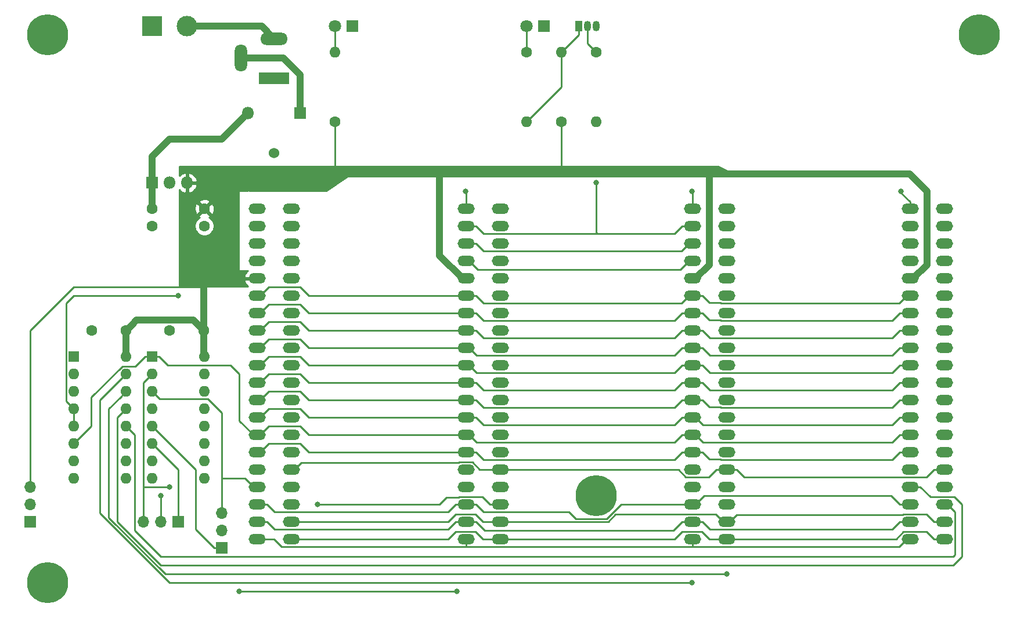
<source format=gbr>
G04 #@! TF.GenerationSoftware,KiCad,Pcbnew,(5.1.4)-1*
G04 #@! TF.CreationDate,2020-01-21T02:52:08+01:00*
G04 #@! TF.ProjectId,Z80Backplane,5a383042-6163-46b7-906c-616e652e6b69,rev?*
G04 #@! TF.SameCoordinates,Original*
G04 #@! TF.FileFunction,Copper,L1,Top*
G04 #@! TF.FilePolarity,Positive*
%FSLAX46Y46*%
G04 Gerber Fmt 4.6, Leading zero omitted, Abs format (unit mm)*
G04 Created by KiCad (PCBNEW (5.1.4)-1) date 2020-01-21 02:52:08*
%MOMM*%
%LPD*%
G04 APERTURE LIST*
%ADD10C,3.000000*%
%ADD11R,3.000000X3.000000*%
%ADD12O,1.600000X1.600000*%
%ADD13C,1.600000*%
%ADD14O,1.700000X1.700000*%
%ADD15R,1.700000X1.700000*%
%ADD16O,1.800000X1.800000*%
%ADD17R,1.800000X1.800000*%
%ADD18R,1.050000X1.500000*%
%ADD19O,1.050000X1.500000*%
%ADD20C,1.800000*%
%ADD21R,1.600000X1.600000*%
%ADD22O,2.500000X1.500000*%
%ADD23C,6.000000*%
%ADD24C,1.524000*%
%ADD25R,4.400000X1.800000*%
%ADD26O,4.000000X1.800000*%
%ADD27O,1.800000X4.000000*%
%ADD28C,0.800000*%
%ADD29C,0.250000*%
%ADD30C,1.000000*%
%ADD31C,0.254000*%
G04 APERTURE END LIST*
D10*
X54610000Y-35560000D03*
D11*
X49530000Y-35560000D03*
D12*
X104140000Y-49530000D03*
D13*
X104140000Y-39370000D03*
D14*
X48260000Y-107950000D03*
X50800000Y-107950000D03*
D15*
X53340000Y-107950000D03*
D14*
X59690000Y-106680000D03*
X59690000Y-109220000D03*
D15*
X59690000Y-111760000D03*
D13*
X57150000Y-64730000D03*
X57150000Y-62230000D03*
X49530000Y-64730000D03*
X49530000Y-62230000D03*
D16*
X54610000Y-58420000D03*
X52070000Y-58420000D03*
D17*
X49530000Y-58420000D03*
D12*
X76200000Y-39370000D03*
D13*
X76200000Y-49530000D03*
X57070000Y-80010000D03*
X52070000Y-80010000D03*
X45720000Y-80010000D03*
X40720000Y-80010000D03*
D12*
X114300000Y-49530000D03*
D13*
X114300000Y-39370000D03*
D12*
X109220000Y-39370000D03*
D13*
X109220000Y-49530000D03*
D18*
X111760000Y-35560000D03*
D19*
X114300000Y-35560000D03*
X113030000Y-35560000D03*
D20*
X104140000Y-35560000D03*
D17*
X106680000Y-35560000D03*
D14*
X31750000Y-102870000D03*
X31750000Y-105410000D03*
D15*
X31750000Y-107950000D03*
D12*
X57150000Y-83820000D03*
X49530000Y-101600000D03*
X57150000Y-86360000D03*
X49530000Y-99060000D03*
X57150000Y-88900000D03*
X49530000Y-96520000D03*
X57150000Y-91440000D03*
X49530000Y-93980000D03*
X57150000Y-93980000D03*
X49530000Y-91440000D03*
X57150000Y-96520000D03*
X49530000Y-88900000D03*
X57150000Y-99060000D03*
X49530000Y-86360000D03*
X57150000Y-101600000D03*
D21*
X49530000Y-83820000D03*
D12*
X45720000Y-83820000D03*
X38100000Y-101600000D03*
X45720000Y-86360000D03*
X38100000Y-99060000D03*
X45720000Y-88900000D03*
X38100000Y-96520000D03*
X45720000Y-91440000D03*
X38100000Y-93980000D03*
X45720000Y-93980000D03*
X38100000Y-91440000D03*
X45720000Y-96520000D03*
X38100000Y-88900000D03*
X45720000Y-99060000D03*
X38100000Y-86360000D03*
X45720000Y-101600000D03*
D21*
X38100000Y-83820000D03*
D22*
X160060000Y-110490000D03*
X165060000Y-110490000D03*
X160060000Y-107950000D03*
X165060000Y-107950000D03*
X160060000Y-105410000D03*
X165060000Y-105410000D03*
X160060000Y-102870000D03*
X165060000Y-102870000D03*
X160060000Y-100330000D03*
X165060000Y-100330000D03*
X160060000Y-97790000D03*
X165060000Y-97790000D03*
X160060000Y-95250000D03*
X165060000Y-95250000D03*
X160060000Y-92710000D03*
X165060000Y-92710000D03*
X160060000Y-90170000D03*
X165060000Y-90170000D03*
X160060000Y-87630000D03*
X165060000Y-87630000D03*
X160060000Y-85090000D03*
X165060000Y-85090000D03*
X160060000Y-82550000D03*
X165060000Y-82550000D03*
X160060000Y-80010000D03*
X165060000Y-80010000D03*
X160060000Y-77470000D03*
X165060000Y-77470000D03*
X160060000Y-74930000D03*
X165060000Y-74930000D03*
X160060000Y-72390000D03*
X165060000Y-72390000D03*
X160060000Y-69850000D03*
X165060000Y-69850000D03*
X160060000Y-67310000D03*
X165060000Y-67310000D03*
X160060000Y-64770000D03*
X165060000Y-64770000D03*
X160060000Y-62230000D03*
X165060000Y-62230000D03*
X128310000Y-110490000D03*
X133310000Y-110490000D03*
X128310000Y-107950000D03*
X133310000Y-107950000D03*
X128310000Y-105410000D03*
X133310000Y-105410000D03*
X128310000Y-102870000D03*
X133310000Y-102870000D03*
X128310000Y-100330000D03*
X133310000Y-100330000D03*
X128310000Y-97790000D03*
X133310000Y-97790000D03*
X128310000Y-95250000D03*
X133310000Y-95250000D03*
X128310000Y-92710000D03*
X133310000Y-92710000D03*
X128310000Y-90170000D03*
X133310000Y-90170000D03*
X128310000Y-87630000D03*
X133310000Y-87630000D03*
X128310000Y-85090000D03*
X133310000Y-85090000D03*
X128310000Y-82550000D03*
X133310000Y-82550000D03*
X128310000Y-80010000D03*
X133310000Y-80010000D03*
X128310000Y-77470000D03*
X133310000Y-77470000D03*
X128310000Y-74930000D03*
X133310000Y-74930000D03*
X128310000Y-72390000D03*
X133310000Y-72390000D03*
X128310000Y-69850000D03*
X133310000Y-69850000D03*
X128310000Y-67310000D03*
X133310000Y-67310000D03*
X128310000Y-64770000D03*
X133310000Y-64770000D03*
X128310000Y-62230000D03*
X133310000Y-62230000D03*
X95290000Y-110490000D03*
X100290000Y-110490000D03*
X95290000Y-107950000D03*
X100290000Y-107950000D03*
X95290000Y-105410000D03*
X100290000Y-105410000D03*
X95290000Y-102870000D03*
X100290000Y-102870000D03*
X95290000Y-100330000D03*
X100290000Y-100330000D03*
X95290000Y-97790000D03*
X100290000Y-97790000D03*
X95290000Y-95250000D03*
X100290000Y-95250000D03*
X95290000Y-92710000D03*
X100290000Y-92710000D03*
X95290000Y-90170000D03*
X100290000Y-90170000D03*
X95290000Y-87630000D03*
X100290000Y-87630000D03*
X95290000Y-85090000D03*
X100290000Y-85090000D03*
X95290000Y-82550000D03*
X100290000Y-82550000D03*
X95290000Y-80010000D03*
X100290000Y-80010000D03*
X95290000Y-77470000D03*
X100290000Y-77470000D03*
X95290000Y-74930000D03*
X100290000Y-74930000D03*
X95290000Y-72390000D03*
X100290000Y-72390000D03*
X95290000Y-69850000D03*
X100290000Y-69850000D03*
X95290000Y-67310000D03*
X100290000Y-67310000D03*
X95290000Y-64770000D03*
X100290000Y-64770000D03*
X95290000Y-62230000D03*
X100290000Y-62230000D03*
D23*
X114300000Y-104140000D03*
D22*
X64810000Y-110490000D03*
X69810000Y-110490000D03*
X64810000Y-107950000D03*
X69810000Y-107950000D03*
X64810000Y-105410000D03*
X69810000Y-105410000D03*
X64810000Y-102870000D03*
X69810000Y-102870000D03*
X64810000Y-100330000D03*
X69810000Y-100330000D03*
X64810000Y-97790000D03*
X69810000Y-97790000D03*
X64810000Y-95250000D03*
X69810000Y-95250000D03*
X64810000Y-92710000D03*
X69810000Y-92710000D03*
X64810000Y-90170000D03*
X69810000Y-90170000D03*
X64810000Y-87630000D03*
X69810000Y-87630000D03*
X64810000Y-85090000D03*
X69810000Y-85090000D03*
X64810000Y-82550000D03*
X69810000Y-82550000D03*
X64810000Y-80010000D03*
X69810000Y-80010000D03*
X64810000Y-77470000D03*
X69810000Y-77470000D03*
X64810000Y-74930000D03*
X69810000Y-74930000D03*
X64810000Y-72390000D03*
X69810000Y-72390000D03*
X64810000Y-69850000D03*
X69810000Y-69850000D03*
X64810000Y-67310000D03*
X69810000Y-67310000D03*
X64810000Y-64770000D03*
X69810000Y-64770000D03*
X64810000Y-62230000D03*
X69810000Y-62230000D03*
D24*
X67310000Y-54102000D03*
D23*
X34290000Y-116840000D03*
X34290000Y-36830000D03*
X170180000Y-36830000D03*
D20*
X76200000Y-35560000D03*
D17*
X78740000Y-35560000D03*
D16*
X63500000Y-48260000D03*
D17*
X71120000Y-48260000D03*
D25*
X67310000Y-43180000D03*
D26*
X67310000Y-37380000D03*
D27*
X62510000Y-40180000D03*
D28*
X53340000Y-74930000D03*
X114300000Y-58420000D03*
X128270000Y-59690000D03*
X158750000Y-59690000D03*
X95250000Y-59690000D03*
X52070000Y-102870000D03*
X133350000Y-115570000D03*
X128270000Y-116840000D03*
X73660000Y-105410000D03*
X50800000Y-104140000D03*
X62230000Y-118110000D03*
X93980000Y-118110000D03*
D29*
X64810000Y-110490000D02*
X67310000Y-110490000D01*
X67310000Y-110490000D02*
X68385010Y-111565010D01*
X128234990Y-111565010D02*
X128075010Y-111565010D01*
X128310000Y-111490000D02*
X128234990Y-111565010D01*
X128310000Y-110490000D02*
X128310000Y-111490000D01*
X95214990Y-111565010D02*
X95055010Y-111565010D01*
X95290000Y-111490000D02*
X95214990Y-111565010D01*
X95290000Y-110490000D02*
X95290000Y-111490000D01*
X68385010Y-111565010D02*
X95055010Y-111565010D01*
X95055010Y-111565010D02*
X128075010Y-111565010D01*
X158484990Y-111565010D02*
X159560000Y-110490000D01*
X159560000Y-110490000D02*
X160060000Y-110490000D01*
X128075010Y-111565010D02*
X158484990Y-111565010D01*
X159039707Y-109490000D02*
X159114717Y-109414990D01*
X133310000Y-110490000D02*
X133810000Y-110490000D01*
X69810000Y-110490000D02*
X70310000Y-110490000D01*
X69810000Y-110490000D02*
X92710000Y-110490000D01*
X92710000Y-110490000D02*
X93785010Y-109414990D01*
X93785010Y-109414990D02*
X96714990Y-109414990D01*
X97790000Y-110490000D02*
X100290000Y-110490000D01*
X96714990Y-109414990D02*
X97790000Y-110490000D01*
X133310000Y-110490000D02*
X157480000Y-110490000D01*
X163560000Y-110490000D02*
X165060000Y-110490000D01*
X162484990Y-109414990D02*
X163560000Y-110490000D01*
X158039707Y-110490000D02*
X159114717Y-109414990D01*
X157480000Y-110490000D02*
X158039707Y-110490000D01*
X159114717Y-109414990D02*
X162484990Y-109414990D01*
X100290000Y-110490000D02*
X125730000Y-110490000D01*
X126805010Y-109414990D02*
X129734990Y-109414990D01*
X125730000Y-110490000D02*
X126805010Y-109414990D01*
X130810000Y-110490000D02*
X133310000Y-110490000D01*
X129734990Y-109414990D02*
X130810000Y-110490000D01*
X93790000Y-107950000D02*
X95290000Y-107950000D01*
X92714990Y-109025010D02*
X93790000Y-107950000D01*
X67385010Y-109025010D02*
X92714990Y-109025010D01*
X64810000Y-107950000D02*
X66310000Y-107950000D01*
X66310000Y-107950000D02*
X67385010Y-109025010D01*
X125540000Y-109220000D02*
X126810000Y-107950000D01*
X95290000Y-107950000D02*
X96790000Y-107950000D01*
X158560000Y-107950000D02*
X160060000Y-107950000D01*
X96790000Y-107950000D02*
X98060000Y-109220000D01*
X130885010Y-109025010D02*
X157484990Y-109025010D01*
X157484990Y-109025010D02*
X158560000Y-107950000D01*
X128310000Y-107950000D02*
X129810000Y-107950000D01*
X126810000Y-107950000D02*
X128310000Y-107950000D01*
X129810000Y-107950000D02*
X130885010Y-109025010D01*
X98060000Y-109220000D02*
X125540000Y-109220000D01*
X99790000Y-107950000D02*
X100290000Y-107950000D01*
X69810000Y-107950000D02*
X70310000Y-107950000D01*
X100290000Y-107950000D02*
X100790000Y-107950000D01*
X163560000Y-107950000D02*
X165060000Y-107950000D01*
X162484990Y-106874990D02*
X163560000Y-107950000D01*
X159114717Y-106874990D02*
X162484990Y-106874990D01*
X159039707Y-106950000D02*
X159114717Y-106874990D01*
X134810000Y-106950000D02*
X159039707Y-106950000D01*
X133810000Y-107950000D02*
X134810000Y-106950000D01*
X133310000Y-107950000D02*
X133810000Y-107950000D01*
X69810000Y-107950000D02*
X92710000Y-107950000D01*
X93785010Y-106874990D02*
X96714990Y-106874990D01*
X92710000Y-107950000D02*
X93785010Y-106874990D01*
X97790000Y-107950000D02*
X100290000Y-107950000D01*
X96714990Y-106874990D02*
X97790000Y-107950000D01*
X101790000Y-107950000D02*
X100290000Y-107950000D01*
X116047412Y-107950000D02*
X101790000Y-107950000D01*
X117122422Y-106874990D02*
X116047412Y-107950000D01*
X131734990Y-106874990D02*
X117122422Y-106874990D01*
X132810000Y-107950000D02*
X131734990Y-106874990D01*
X133310000Y-107950000D02*
X132810000Y-107950000D01*
X93790000Y-105410000D02*
X95290000Y-105410000D01*
X92714990Y-106485010D02*
X93790000Y-105410000D01*
X67385010Y-106485010D02*
X92714990Y-106485010D01*
X66310000Y-105410000D02*
X67385010Y-106485010D01*
X64810000Y-105410000D02*
X66310000Y-105410000D01*
X127810000Y-105410000D02*
X128310000Y-105410000D01*
X128810000Y-105410000D02*
X130080000Y-104140000D01*
X128310000Y-105410000D02*
X128810000Y-105410000D01*
X158560000Y-105410000D02*
X160060000Y-105410000D01*
X157290000Y-104140000D02*
X158560000Y-105410000D01*
X130080000Y-104140000D02*
X157290000Y-104140000D01*
X117951002Y-105410000D02*
X126810000Y-105410000D01*
X95290000Y-105410000D02*
X96790000Y-105410000D01*
X111309989Y-107499989D02*
X115861013Y-107499989D01*
X115861013Y-107499989D02*
X117951002Y-105410000D01*
X126810000Y-105410000D02*
X128310000Y-105410000D01*
X110295010Y-106485010D02*
X111309989Y-107499989D01*
X97865010Y-106485010D02*
X110295010Y-106485010D01*
X96790000Y-105410000D02*
X97865010Y-106485010D01*
X165060000Y-62230000D02*
X165560000Y-62230000D01*
X99790000Y-62230000D02*
X100290000Y-62230000D01*
X53340000Y-74930000D02*
X53340000Y-74930000D01*
X38100000Y-93980000D02*
X38100000Y-91440000D01*
X37300001Y-90640001D02*
X38100000Y-91440000D01*
X36974999Y-90314999D02*
X37300001Y-90640001D01*
X36974999Y-76055001D02*
X36974999Y-90314999D01*
X38100000Y-74930000D02*
X36974999Y-76055001D01*
X53340000Y-74930000D02*
X38100000Y-74930000D01*
X95290000Y-100330000D02*
X95790000Y-100330000D01*
X98790000Y-100330000D02*
X100290000Y-100330000D01*
X97310293Y-100330000D02*
X98790000Y-100330000D01*
X96235283Y-99254990D02*
X97310293Y-100330000D01*
X94344717Y-99254990D02*
X96235283Y-99254990D01*
X94269707Y-99330000D02*
X94344717Y-99254990D01*
X71310000Y-99330000D02*
X94269707Y-99330000D01*
X70310000Y-100330000D02*
X71310000Y-99330000D01*
X69810000Y-100330000D02*
X70310000Y-100330000D01*
X132810000Y-100330000D02*
X133310000Y-100330000D01*
X133310000Y-100330000D02*
X133810000Y-100330000D01*
X131810000Y-100330000D02*
X133310000Y-100330000D01*
X130734990Y-101405010D02*
X131810000Y-100330000D01*
X127364717Y-101405010D02*
X130734990Y-101405010D01*
X126289707Y-100330000D02*
X127364717Y-101405010D01*
X100290000Y-100330000D02*
X126289707Y-100330000D01*
X163560000Y-100330000D02*
X165060000Y-100330000D01*
X162484990Y-101405010D02*
X163560000Y-100330000D01*
X135885010Y-101405010D02*
X162484990Y-101405010D01*
X134810000Y-100330000D02*
X135885010Y-101405010D01*
X133310000Y-100330000D02*
X134810000Y-100330000D01*
X126810000Y-97790000D02*
X128310000Y-97790000D01*
X125734990Y-98865010D02*
X126810000Y-97790000D01*
X97865010Y-98865010D02*
X125734990Y-98865010D01*
X96790000Y-97790000D02*
X97865010Y-98865010D01*
X95290000Y-97790000D02*
X96790000Y-97790000D01*
X129810000Y-97790000D02*
X130824979Y-98804979D01*
X132421390Y-98804979D02*
X132481421Y-98865010D01*
X132481421Y-98865010D02*
X157484990Y-98865010D01*
X130824979Y-98804979D02*
X132421390Y-98804979D01*
X128310000Y-97790000D02*
X129810000Y-97790000D01*
X158560000Y-97790000D02*
X160060000Y-97790000D01*
X157484990Y-98865010D02*
X158560000Y-97790000D01*
X65310000Y-97790000D02*
X64810000Y-97790000D01*
X66580000Y-96520000D02*
X65310000Y-97790000D01*
X71120000Y-96520000D02*
X66580000Y-96520000D01*
X72390000Y-97790000D02*
X71120000Y-96520000D01*
X95290000Y-97790000D02*
X72390000Y-97790000D01*
X69810000Y-97790000D02*
X70310000Y-97790000D01*
X132810000Y-97790000D02*
X133310000Y-97790000D01*
X100290000Y-97790000D02*
X100790000Y-97790000D01*
X133310000Y-97790000D02*
X133810000Y-97790000D01*
X126810000Y-95250000D02*
X128310000Y-95250000D01*
X125734990Y-96325010D02*
X126810000Y-95250000D01*
X96865010Y-96325010D02*
X125734990Y-96325010D01*
X95790000Y-95250000D02*
X96865010Y-96325010D01*
X95290000Y-95250000D02*
X95790000Y-95250000D01*
X158560000Y-95250000D02*
X160060000Y-95250000D01*
X157484990Y-96325010D02*
X158560000Y-95250000D01*
X129885010Y-96325010D02*
X157484990Y-96325010D01*
X128810000Y-95250000D02*
X129885010Y-96325010D01*
X128310000Y-95250000D02*
X128810000Y-95250000D01*
X65310000Y-95250000D02*
X64810000Y-95250000D01*
X66580000Y-93980000D02*
X65310000Y-95250000D01*
X71120000Y-93980000D02*
X66580000Y-93980000D01*
X72390000Y-95250000D02*
X71120000Y-93980000D01*
X95290000Y-95250000D02*
X72390000Y-95250000D01*
X64810000Y-95250000D02*
X64310000Y-95250000D01*
X38100000Y-96520000D02*
X40640000Y-93980000D01*
X45179999Y-85234999D02*
X40640000Y-89774998D01*
X47065001Y-85234999D02*
X45179999Y-85234999D01*
X49530000Y-83820000D02*
X48480000Y-83820000D01*
X48480000Y-83820000D02*
X47065001Y-85234999D01*
X40640000Y-89774998D02*
X40640000Y-93980000D01*
X64310000Y-95250000D02*
X62230000Y-93170000D01*
X62230000Y-93170000D02*
X62230000Y-88900000D01*
X62230000Y-88900000D02*
X62230000Y-86360000D01*
X62230000Y-86360000D02*
X60960000Y-85090000D01*
X50580000Y-83820000D02*
X49530000Y-83820000D01*
X51850000Y-85090000D02*
X50580000Y-83820000D01*
X60960000Y-85090000D02*
X51850000Y-85090000D01*
X100290000Y-95250000D02*
X100790000Y-95250000D01*
X133310000Y-95250000D02*
X133810000Y-95250000D01*
X126810000Y-92710000D02*
X128310000Y-92710000D01*
X125734990Y-93785010D02*
X126810000Y-92710000D01*
X97865010Y-93785010D02*
X125734990Y-93785010D01*
X96790000Y-92710000D02*
X97865010Y-93785010D01*
X95290000Y-92710000D02*
X96790000Y-92710000D01*
X158560000Y-92710000D02*
X160060000Y-92710000D01*
X157484990Y-93785010D02*
X158560000Y-92710000D01*
X129885010Y-93785010D02*
X157484990Y-93785010D01*
X128810000Y-92710000D02*
X129885010Y-93785010D01*
X128310000Y-92710000D02*
X128810000Y-92710000D01*
X65310000Y-92710000D02*
X64810000Y-92710000D01*
X66580000Y-91440000D02*
X65310000Y-92710000D01*
X71120000Y-91440000D02*
X66580000Y-91440000D01*
X72390000Y-92710000D02*
X71120000Y-91440000D01*
X95290000Y-92710000D02*
X72390000Y-92710000D01*
X132810000Y-92710000D02*
X133310000Y-92710000D01*
X100290000Y-92710000D02*
X100790000Y-92710000D01*
X133310000Y-92710000D02*
X133810000Y-92710000D01*
X126810000Y-90170000D02*
X128310000Y-90170000D01*
X125734990Y-91245010D02*
X126810000Y-90170000D01*
X97865010Y-91245010D02*
X125734990Y-91245010D01*
X96790000Y-90170000D02*
X97865010Y-91245010D01*
X95290000Y-90170000D02*
X96790000Y-90170000D01*
X129810000Y-90170000D02*
X130824979Y-91184979D01*
X132421390Y-91184979D02*
X132481421Y-91245010D01*
X157484990Y-91245010D02*
X158560000Y-90170000D01*
X130824979Y-91184979D02*
X132421390Y-91184979D01*
X128310000Y-90170000D02*
X129810000Y-90170000D01*
X158560000Y-90170000D02*
X160060000Y-90170000D01*
X132481421Y-91245010D02*
X157484990Y-91245010D01*
X65310000Y-90170000D02*
X64810000Y-90170000D01*
X66580000Y-88900000D02*
X65310000Y-90170000D01*
X71120000Y-88900000D02*
X66580000Y-88900000D01*
X72390000Y-90170000D02*
X71120000Y-88900000D01*
X95290000Y-90170000D02*
X72390000Y-90170000D01*
X100290000Y-90170000D02*
X100790000Y-90170000D01*
X133310000Y-90170000D02*
X133810000Y-90170000D01*
X126810000Y-87630000D02*
X128310000Y-87630000D01*
X125734990Y-88705010D02*
X126810000Y-87630000D01*
X97865010Y-88705010D02*
X125734990Y-88705010D01*
X96790000Y-87630000D02*
X97865010Y-88705010D01*
X95290000Y-87630000D02*
X96790000Y-87630000D01*
X158560000Y-87630000D02*
X160060000Y-87630000D01*
X157484990Y-88705010D02*
X158560000Y-87630000D01*
X130885010Y-88705010D02*
X157484990Y-88705010D01*
X129810000Y-87630000D02*
X130885010Y-88705010D01*
X128310000Y-87630000D02*
X129810000Y-87630000D01*
X65310000Y-87630000D02*
X64810000Y-87630000D01*
X66580000Y-86360000D02*
X65310000Y-87630000D01*
X71120000Y-86360000D02*
X66580000Y-86360000D01*
X72390000Y-87630000D02*
X71120000Y-86360000D01*
X95290000Y-87630000D02*
X72390000Y-87630000D01*
X132810000Y-87630000D02*
X133310000Y-87630000D01*
X100290000Y-87630000D02*
X100790000Y-87630000D01*
X133310000Y-87630000D02*
X133810000Y-87630000D01*
X126810000Y-85090000D02*
X128310000Y-85090000D01*
X125734990Y-86165010D02*
X126810000Y-85090000D01*
X96865010Y-86165010D02*
X125734990Y-86165010D01*
X95790000Y-85090000D02*
X96865010Y-86165010D01*
X95290000Y-85090000D02*
X95790000Y-85090000D01*
X158560000Y-85090000D02*
X160060000Y-85090000D01*
X157484990Y-86165010D02*
X158560000Y-85090000D01*
X130885010Y-86165010D02*
X157484990Y-86165010D01*
X129810000Y-85090000D02*
X130885010Y-86165010D01*
X128310000Y-85090000D02*
X129810000Y-85090000D01*
X65310000Y-85090000D02*
X66580000Y-83820000D01*
X64810000Y-85090000D02*
X65310000Y-85090000D01*
X66580000Y-83820000D02*
X71120000Y-83820000D01*
X72390000Y-85090000D02*
X95290000Y-85090000D01*
X71120000Y-83820000D02*
X72390000Y-85090000D01*
X100290000Y-85090000D02*
X100790000Y-85090000D01*
X133310000Y-85090000D02*
X133810000Y-85090000D01*
X64810000Y-82550000D02*
X65310000Y-82550000D01*
X126810000Y-82550000D02*
X128310000Y-82550000D01*
X125734990Y-83625010D02*
X126810000Y-82550000D01*
X96865010Y-83625010D02*
X125734990Y-83625010D01*
X95790000Y-82550000D02*
X96865010Y-83625010D01*
X95290000Y-82550000D02*
X95790000Y-82550000D01*
X158560000Y-82550000D02*
X160060000Y-82550000D01*
X157484990Y-83625010D02*
X158560000Y-82550000D01*
X130885010Y-83625010D02*
X157484990Y-83625010D01*
X129810000Y-82550000D02*
X130885010Y-83625010D01*
X128310000Y-82550000D02*
X129810000Y-82550000D01*
X65310000Y-82550000D02*
X66580000Y-81280000D01*
X66580000Y-81280000D02*
X71120000Y-81280000D01*
X72390000Y-82550000D02*
X95290000Y-82550000D01*
X71120000Y-81280000D02*
X72390000Y-82550000D01*
X132810000Y-82550000D02*
X133310000Y-82550000D01*
X100290000Y-82550000D02*
X100790000Y-82550000D01*
X133310000Y-82550000D02*
X133810000Y-82550000D01*
X126810000Y-80010000D02*
X128310000Y-80010000D01*
X125734990Y-81085010D02*
X126810000Y-80010000D01*
X97865010Y-81085010D02*
X125734990Y-81085010D01*
X96790000Y-80010000D02*
X97865010Y-81085010D01*
X95290000Y-80010000D02*
X96790000Y-80010000D01*
X158560000Y-80010000D02*
X160060000Y-80010000D01*
X157484990Y-81085010D02*
X158560000Y-80010000D01*
X130885010Y-81085010D02*
X157484990Y-81085010D01*
X129810000Y-80010000D02*
X130885010Y-81085010D01*
X128310000Y-80010000D02*
X129810000Y-80010000D01*
X65310000Y-80010000D02*
X66580000Y-78740000D01*
X64810000Y-80010000D02*
X65310000Y-80010000D01*
X66580000Y-78740000D02*
X71120000Y-78740000D01*
X72390000Y-80010000D02*
X95290000Y-80010000D01*
X71120000Y-78740000D02*
X72390000Y-80010000D01*
X132810000Y-80010000D02*
X133310000Y-80010000D01*
X100290000Y-80010000D02*
X100790000Y-80010000D01*
X133310000Y-80010000D02*
X133810000Y-80010000D01*
X126810000Y-77470000D02*
X128310000Y-77470000D01*
X125734990Y-78545010D02*
X126810000Y-77470000D01*
X97865010Y-78545010D02*
X125734990Y-78545010D01*
X96790000Y-77470000D02*
X97865010Y-78545010D01*
X95290000Y-77470000D02*
X96790000Y-77470000D01*
X65310000Y-77470000D02*
X66580000Y-76200000D01*
X64810000Y-77470000D02*
X65310000Y-77470000D01*
X66580000Y-76200000D02*
X71120000Y-76200000D01*
X72390000Y-77470000D02*
X95290000Y-77470000D01*
X71120000Y-76200000D02*
X72390000Y-77470000D01*
X129810000Y-77470000D02*
X130824979Y-78484979D01*
X157484990Y-78545010D02*
X158560000Y-77470000D01*
X158560000Y-77470000D02*
X160060000Y-77470000D01*
X132481421Y-78545010D02*
X157484990Y-78545010D01*
X132421390Y-78484979D02*
X132481421Y-78545010D01*
X130824979Y-78484979D02*
X132421390Y-78484979D01*
X128310000Y-77470000D02*
X129810000Y-77470000D01*
X100290000Y-77470000D02*
X100790000Y-77470000D01*
X132810000Y-77470000D02*
X133310000Y-77470000D01*
X65310000Y-74930000D02*
X66580000Y-73660000D01*
X64810000Y-74930000D02*
X65310000Y-74930000D01*
X66580000Y-73660000D02*
X71120000Y-73660000D01*
X72390000Y-74930000D02*
X95290000Y-74930000D01*
X71120000Y-73660000D02*
X72390000Y-74930000D01*
X97865010Y-76005010D02*
X126734990Y-76005010D01*
X126734990Y-76005010D02*
X127810000Y-74930000D01*
X96790000Y-74930000D02*
X97865010Y-76005010D01*
X127810000Y-74930000D02*
X128310000Y-74930000D01*
X95290000Y-74930000D02*
X96790000Y-74930000D01*
X159560000Y-74930000D02*
X160060000Y-74930000D01*
X158484990Y-76005010D02*
X159560000Y-74930000D01*
X132481421Y-76005010D02*
X158484990Y-76005010D01*
X132421390Y-75944979D02*
X132481421Y-76005010D01*
X130824979Y-75944979D02*
X132421390Y-75944979D01*
X129810000Y-74930000D02*
X130824979Y-75944979D01*
X128310000Y-74930000D02*
X129810000Y-74930000D01*
X64810000Y-72390000D02*
X65310000Y-72390000D01*
X95290000Y-72390000D02*
X95790000Y-72390000D01*
X54610000Y-57150000D02*
X54610000Y-58420000D01*
X160560000Y-72390000D02*
X160060000Y-72390000D01*
D30*
X127810000Y-72390000D02*
X128310000Y-72390000D01*
X94790000Y-72390000D02*
X95290000Y-72390000D01*
X91440000Y-69040000D02*
X94790000Y-72390000D01*
D29*
X57150000Y-72390000D02*
X64810000Y-72390000D01*
D30*
X91440000Y-58420000D02*
X91440000Y-59690000D01*
X91440000Y-59690000D02*
X91440000Y-69040000D01*
X128810000Y-72390000D02*
X128310000Y-72390000D01*
X130810000Y-70390000D02*
X128810000Y-72390000D01*
X130810000Y-58420000D02*
X130810000Y-70390000D01*
X162560000Y-59690000D02*
X160020000Y-57150000D01*
X160560000Y-72390000D02*
X162560000Y-70390000D01*
X162560000Y-70390000D02*
X162560000Y-59690000D01*
X130810000Y-58420000D02*
X130810000Y-57150000D01*
X160020000Y-57150000D02*
X130810000Y-57150000D01*
X91440000Y-58420000D02*
X91440000Y-57150000D01*
X73660000Y-57150000D02*
X73660000Y-57150000D01*
X91440000Y-57150000D02*
X73660000Y-57150000D01*
X73660000Y-57150000D02*
X62230000Y-57150000D01*
X57070000Y-80010000D02*
X57070000Y-72470000D01*
X57070000Y-72470000D02*
X57150000Y-72390000D01*
X57070000Y-83740000D02*
X57150000Y-83820000D01*
X57070000Y-80010000D02*
X57070000Y-83740000D01*
X46519999Y-79210001D02*
X45720000Y-80010000D01*
X47220001Y-78509999D02*
X46519999Y-79210001D01*
X55569999Y-78509999D02*
X47220001Y-78509999D01*
X57070000Y-80010000D02*
X55569999Y-78509999D01*
X45720000Y-80010000D02*
X45720000Y-83820000D01*
D29*
X76200000Y-49530000D02*
X76200000Y-57150000D01*
D30*
X102870000Y-57150000D02*
X93980000Y-57150000D01*
X93980000Y-57150000D02*
X91440000Y-57150000D01*
D29*
X31750000Y-102870000D02*
X31750000Y-80010000D01*
X31750000Y-80010000D02*
X38100000Y-73660000D01*
X38100000Y-73660000D02*
X57150000Y-73660000D01*
X109220000Y-49530000D02*
X109220000Y-57150000D01*
D30*
X130810000Y-57150000D02*
X109220000Y-57150000D01*
X109220000Y-57150000D02*
X102870000Y-57150000D01*
D29*
X128310000Y-69850000D02*
X128810000Y-69850000D01*
X64810000Y-69850000D02*
X65310000Y-69850000D01*
X102870000Y-71120000D02*
X102870000Y-71120000D01*
X95790000Y-69850000D02*
X97060000Y-71120000D01*
X95290000Y-69850000D02*
X95790000Y-69850000D01*
X97060000Y-71120000D02*
X102870000Y-71120000D01*
X102870000Y-71120000D02*
X99539707Y-71120000D01*
X127810000Y-69850000D02*
X128310000Y-69850000D01*
X126540000Y-71120000D02*
X127810000Y-69850000D01*
X102870000Y-71120000D02*
X126540000Y-71120000D01*
X132810000Y-69850000D02*
X133310000Y-69850000D01*
X100290000Y-69850000D02*
X100790000Y-69850000D01*
X64810000Y-67310000D02*
X65310000Y-67310000D01*
X102675010Y-68385010D02*
X102675010Y-68385010D01*
X127810000Y-67310000D02*
X128310000Y-67310000D01*
X126734990Y-68385010D02*
X127810000Y-67310000D01*
X97865010Y-68385010D02*
X126734990Y-68385010D01*
X96790000Y-67310000D02*
X97865010Y-68385010D01*
X95290000Y-67310000D02*
X96790000Y-67310000D01*
X132810000Y-67310000D02*
X133310000Y-67310000D01*
X95290000Y-64770000D02*
X95790000Y-64770000D01*
X64810000Y-64770000D02*
X65310000Y-64770000D01*
X126810000Y-64770000D02*
X128310000Y-64770000D01*
X125734990Y-65845010D02*
X126810000Y-64770000D01*
X96790000Y-64770000D02*
X97865010Y-65845010D01*
X95290000Y-64770000D02*
X96790000Y-64770000D01*
X114300000Y-65650020D02*
X114494990Y-65845010D01*
X114300000Y-58420000D02*
X114300000Y-65650020D01*
X97865010Y-65845010D02*
X114494990Y-65845010D01*
X114494990Y-65845010D02*
X125734990Y-65845010D01*
X95290000Y-62230000D02*
X95790000Y-62230000D01*
X128310000Y-62230000D02*
X128310000Y-59730000D01*
X160060000Y-61230000D02*
X160060000Y-62230000D01*
X158520000Y-59690000D02*
X160060000Y-61230000D01*
X95290000Y-62230000D02*
X95290000Y-59730000D01*
D30*
X62050000Y-40640000D02*
X62510000Y-40180000D01*
X64410000Y-40180000D02*
X62510000Y-40180000D01*
X68670002Y-40180000D02*
X64410000Y-40180000D01*
X71120000Y-42629998D02*
X68670002Y-40180000D01*
X71120000Y-48260000D02*
X71120000Y-42629998D01*
X49530000Y-58420000D02*
X49530000Y-62230000D01*
X59690000Y-52070000D02*
X63500000Y-48260000D01*
X52070000Y-52070000D02*
X59690000Y-52070000D01*
X49530000Y-58420000D02*
X49530000Y-54610000D01*
X49530000Y-54610000D02*
X52070000Y-52070000D01*
D29*
X76200000Y-39370000D02*
X76200000Y-35560000D01*
X69810000Y-105410000D02*
X70310000Y-105410000D01*
X49530000Y-86360000D02*
X48404999Y-87485001D01*
X48260000Y-87630000D02*
X49530000Y-86360000D01*
X48260000Y-102870000D02*
X52070000Y-102870000D01*
X48260000Y-107950000D02*
X48260000Y-102870000D01*
X48260000Y-102870000D02*
X48260000Y-87630000D01*
X49530000Y-88900000D02*
X50655001Y-90025001D01*
X59690000Y-105477919D02*
X59690000Y-106680000D01*
X57690001Y-90025001D02*
X59690000Y-92025000D01*
X50655001Y-90025001D02*
X57690001Y-90025001D01*
X63040000Y-101600000D02*
X59690000Y-101600000D01*
X64310000Y-102870000D02*
X63040000Y-101600000D01*
X64810000Y-102870000D02*
X64310000Y-102870000D01*
X59690000Y-92025000D02*
X59690000Y-101600000D01*
X59690000Y-101600000D02*
X59690000Y-105477919D01*
X133350000Y-115570000D02*
X51436410Y-115570000D01*
X51436410Y-115570000D02*
X43180000Y-107313590D01*
X43180000Y-107313590D02*
X43180000Y-91440000D01*
X43180000Y-91440000D02*
X44920001Y-89699999D01*
X44920001Y-89699999D02*
X45720000Y-88900000D01*
X45720000Y-86360000D02*
X41910000Y-90170000D01*
X128270000Y-116840000D02*
X52070000Y-116840000D01*
X52070000Y-116840000D02*
X41910000Y-106680000D01*
X41910000Y-106680000D02*
X41910000Y-90170000D01*
X45720000Y-93980000D02*
X46990000Y-95250000D01*
X165560000Y-105410000D02*
X165060000Y-105410000D01*
X166635010Y-106485010D02*
X165560000Y-105410000D01*
X166635010Y-112764990D02*
X166635010Y-106485010D01*
X166370000Y-113030000D02*
X166635010Y-112764990D01*
X46990000Y-95250000D02*
X46990000Y-109220000D01*
X46990000Y-109220000D02*
X50800000Y-113030000D01*
X50800000Y-113030000D02*
X166370000Y-113030000D01*
X161560000Y-102870000D02*
X160060000Y-102870000D01*
X45720000Y-91440000D02*
X44450000Y-92710000D01*
X44450000Y-92710000D02*
X44450000Y-107947180D01*
X44450000Y-107947180D02*
X50802820Y-114300000D01*
X167640000Y-105410000D02*
X166564990Y-104334990D01*
X163024990Y-104334990D02*
X161560000Y-102870000D01*
X167640000Y-113030000D02*
X167640000Y-105410000D01*
X166370000Y-114300000D02*
X167640000Y-113030000D01*
X166564990Y-104334990D02*
X163024990Y-104334990D01*
X50802820Y-114300000D02*
X166370000Y-114300000D01*
X98790000Y-105410000D02*
X100290000Y-105410000D01*
X94344717Y-104334990D02*
X97714990Y-104334990D01*
X94269707Y-104410000D02*
X94344717Y-104334990D01*
X92440000Y-104410000D02*
X91440000Y-105410000D01*
X94269707Y-104410000D02*
X92440000Y-104410000D01*
X91440000Y-105410000D02*
X73660000Y-105410000D01*
X97714990Y-104334990D02*
X98790000Y-105410000D01*
X50800000Y-104140000D02*
X50800000Y-107950000D01*
X93980000Y-118110000D02*
X62230000Y-118110000D01*
X109220000Y-44450000D02*
X104140000Y-49530000D01*
X109220000Y-39370000D02*
X109220000Y-44450000D01*
X111760000Y-36830000D02*
X109220000Y-39370000D01*
X111760000Y-35560000D02*
X111760000Y-36830000D01*
X113030000Y-38100000D02*
X114300000Y-39370000D01*
X113030000Y-35560000D02*
X113030000Y-38100000D01*
X50329999Y-94779999D02*
X49530000Y-93980000D01*
X50655001Y-95105001D02*
X50329999Y-94779999D01*
X58590000Y-111760000D02*
X59690000Y-111760000D01*
X55880000Y-109050000D02*
X58590000Y-111760000D01*
X55880000Y-100330000D02*
X55880000Y-109050000D01*
X49530000Y-93980000D02*
X55880000Y-100330000D01*
X53340000Y-100330000D02*
X49530000Y-96520000D01*
X53340000Y-107950000D02*
X53340000Y-100330000D01*
X104140000Y-39370000D02*
X104140000Y-35560000D01*
D30*
X65490000Y-35560000D02*
X67310000Y-37380000D01*
X65490000Y-35560000D02*
X54610000Y-35560000D01*
D31*
G36*
X53478351Y-59457116D02*
G01*
X53596482Y-59563000D01*
X53467000Y-59563000D01*
X53467000Y-59441986D01*
X53478351Y-59457116D01*
X53478351Y-59457116D01*
G37*
X53478351Y-59457116D02*
X53596482Y-59563000D01*
X53467000Y-59563000D01*
X53467000Y-59441986D01*
X53478351Y-59457116D01*
G36*
X134082020Y-57023000D02*
G01*
X66040000Y-57023000D01*
X66015224Y-57025440D01*
X65991399Y-57032667D01*
X65969443Y-57044403D01*
X65950197Y-57060197D01*
X63447394Y-59563000D01*
X55623518Y-59563000D01*
X55741649Y-59457116D01*
X55922236Y-59216414D01*
X56052394Y-58945107D01*
X56101036Y-58784740D01*
X55980378Y-58547000D01*
X54737000Y-58547000D01*
X54737000Y-58567000D01*
X54483000Y-58567000D01*
X54483000Y-58547000D01*
X54463000Y-58547000D01*
X54463000Y-58293000D01*
X54483000Y-58293000D01*
X54483000Y-57049008D01*
X54737000Y-57049008D01*
X54737000Y-58293000D01*
X55980378Y-58293000D01*
X56101036Y-58055260D01*
X56052394Y-57894893D01*
X55922236Y-57623586D01*
X55741649Y-57382884D01*
X55517573Y-57182038D01*
X55258620Y-57028766D01*
X54974741Y-56928959D01*
X54737000Y-57049008D01*
X54483000Y-57049008D01*
X54245259Y-56928959D01*
X53961380Y-57028766D01*
X53702427Y-57182038D01*
X53478351Y-57382884D01*
X53467000Y-57398014D01*
X53467000Y-56007000D01*
X132050020Y-56007000D01*
X134082020Y-57023000D01*
X134082020Y-57023000D01*
G37*
X134082020Y-57023000D02*
X66040000Y-57023000D01*
X66015224Y-57025440D01*
X65991399Y-57032667D01*
X65969443Y-57044403D01*
X65950197Y-57060197D01*
X63447394Y-59563000D01*
X55623518Y-59563000D01*
X55741649Y-59457116D01*
X55922236Y-59216414D01*
X56052394Y-58945107D01*
X56101036Y-58784740D01*
X55980378Y-58547000D01*
X54737000Y-58547000D01*
X54737000Y-58567000D01*
X54483000Y-58567000D01*
X54483000Y-58547000D01*
X54463000Y-58547000D01*
X54463000Y-58293000D01*
X54483000Y-58293000D01*
X54483000Y-57049008D01*
X54737000Y-57049008D01*
X54737000Y-58293000D01*
X55980378Y-58293000D01*
X56101036Y-58055260D01*
X56052394Y-57894893D01*
X55922236Y-57623586D01*
X55741649Y-57382884D01*
X55517573Y-57182038D01*
X55258620Y-57028766D01*
X54974741Y-56928959D01*
X54737000Y-57049008D01*
X54483000Y-57049008D01*
X54245259Y-56928959D01*
X53961380Y-57028766D01*
X53702427Y-57182038D01*
X53478351Y-57382884D01*
X53467000Y-57398014D01*
X53467000Y-56007000D01*
X132050020Y-56007000D01*
X134082020Y-57023000D01*
G36*
X62103000Y-71120000D02*
G01*
X62105440Y-71144776D01*
X62112667Y-71168601D01*
X62124403Y-71190557D01*
X62140197Y-71209803D01*
X62159443Y-71225597D01*
X62181399Y-71237333D01*
X62205224Y-71244560D01*
X62230000Y-71247000D01*
X63529053Y-71247000D01*
X63434939Y-71308972D01*
X63240855Y-71500460D01*
X63087858Y-71726132D01*
X62981827Y-71977316D01*
X62967682Y-72048815D01*
X63090344Y-72263000D01*
X64683000Y-72263000D01*
X64683000Y-72243000D01*
X64937000Y-72243000D01*
X64937000Y-72263000D01*
X64957000Y-72263000D01*
X64957000Y-72517000D01*
X64937000Y-72517000D01*
X64937000Y-72537000D01*
X64683000Y-72537000D01*
X64683000Y-72517000D01*
X63090344Y-72517000D01*
X62967682Y-72731185D01*
X62981827Y-72802684D01*
X63087858Y-73053868D01*
X63240855Y-73279540D01*
X63434939Y-73471028D01*
X63529053Y-73533000D01*
X53467000Y-73533000D01*
X53467000Y-64588665D01*
X55715000Y-64588665D01*
X55715000Y-64871335D01*
X55770147Y-65148574D01*
X55878320Y-65409727D01*
X56035363Y-65644759D01*
X56235241Y-65844637D01*
X56470273Y-66001680D01*
X56731426Y-66109853D01*
X57008665Y-66165000D01*
X57291335Y-66165000D01*
X57568574Y-66109853D01*
X57829727Y-66001680D01*
X58064759Y-65844637D01*
X58264637Y-65644759D01*
X58421680Y-65409727D01*
X58529853Y-65148574D01*
X58585000Y-64871335D01*
X58585000Y-64588665D01*
X58529853Y-64311426D01*
X58421680Y-64050273D01*
X58264637Y-63815241D01*
X58064759Y-63615363D01*
X57864131Y-63481308D01*
X57891514Y-63466671D01*
X57963097Y-63222702D01*
X57150000Y-62409605D01*
X56336903Y-63222702D01*
X56408486Y-63466671D01*
X56437341Y-63480324D01*
X56235241Y-63615363D01*
X56035363Y-63815241D01*
X55878320Y-64050273D01*
X55770147Y-64311426D01*
X55715000Y-64588665D01*
X53467000Y-64588665D01*
X53467000Y-62300512D01*
X55709783Y-62300512D01*
X55751213Y-62580130D01*
X55846397Y-62846292D01*
X55913329Y-62971514D01*
X56157298Y-63043097D01*
X56970395Y-62230000D01*
X57329605Y-62230000D01*
X58142702Y-63043097D01*
X58386671Y-62971514D01*
X58507571Y-62716004D01*
X58576300Y-62441816D01*
X58590217Y-62159488D01*
X58548787Y-61879870D01*
X58453603Y-61613708D01*
X58386671Y-61488486D01*
X58142702Y-61416903D01*
X57329605Y-62230000D01*
X56970395Y-62230000D01*
X56157298Y-61416903D01*
X55913329Y-61488486D01*
X55792429Y-61743996D01*
X55723700Y-62018184D01*
X55709783Y-62300512D01*
X53467000Y-62300512D01*
X53467000Y-61237298D01*
X56336903Y-61237298D01*
X57150000Y-62050395D01*
X57963097Y-61237298D01*
X57891514Y-60993329D01*
X57636004Y-60872429D01*
X57361816Y-60803700D01*
X57079488Y-60789783D01*
X56799870Y-60831213D01*
X56533708Y-60926397D01*
X56408486Y-60993329D01*
X56336903Y-61237298D01*
X53467000Y-61237298D01*
X53467000Y-59441986D01*
X53478351Y-59457116D01*
X53702427Y-59657962D01*
X53961380Y-59811234D01*
X54245259Y-59911041D01*
X54483000Y-59790992D01*
X54483000Y-58547000D01*
X54737000Y-58547000D01*
X54737000Y-59790992D01*
X54974741Y-59911041D01*
X55258620Y-59811234D01*
X55517573Y-59657962D01*
X55741649Y-59457116D01*
X55922236Y-59216414D01*
X56052394Y-58945107D01*
X56101036Y-58784740D01*
X55980378Y-58547000D01*
X54737000Y-58547000D01*
X54483000Y-58547000D01*
X54463000Y-58547000D01*
X54463000Y-58293000D01*
X54483000Y-58293000D01*
X54483000Y-58273000D01*
X54737000Y-58273000D01*
X54737000Y-58293000D01*
X55980378Y-58293000D01*
X56101036Y-58055260D01*
X56052394Y-57894893D01*
X55922236Y-57623586D01*
X55741649Y-57382884D01*
X55623518Y-57277000D01*
X62103000Y-57277000D01*
X62103000Y-71120000D01*
X62103000Y-71120000D01*
G37*
X62103000Y-71120000D02*
X62105440Y-71144776D01*
X62112667Y-71168601D01*
X62124403Y-71190557D01*
X62140197Y-71209803D01*
X62159443Y-71225597D01*
X62181399Y-71237333D01*
X62205224Y-71244560D01*
X62230000Y-71247000D01*
X63529053Y-71247000D01*
X63434939Y-71308972D01*
X63240855Y-71500460D01*
X63087858Y-71726132D01*
X62981827Y-71977316D01*
X62967682Y-72048815D01*
X63090344Y-72263000D01*
X64683000Y-72263000D01*
X64683000Y-72243000D01*
X64937000Y-72243000D01*
X64937000Y-72263000D01*
X64957000Y-72263000D01*
X64957000Y-72517000D01*
X64937000Y-72517000D01*
X64937000Y-72537000D01*
X64683000Y-72537000D01*
X64683000Y-72517000D01*
X63090344Y-72517000D01*
X62967682Y-72731185D01*
X62981827Y-72802684D01*
X63087858Y-73053868D01*
X63240855Y-73279540D01*
X63434939Y-73471028D01*
X63529053Y-73533000D01*
X53467000Y-73533000D01*
X53467000Y-64588665D01*
X55715000Y-64588665D01*
X55715000Y-64871335D01*
X55770147Y-65148574D01*
X55878320Y-65409727D01*
X56035363Y-65644759D01*
X56235241Y-65844637D01*
X56470273Y-66001680D01*
X56731426Y-66109853D01*
X57008665Y-66165000D01*
X57291335Y-66165000D01*
X57568574Y-66109853D01*
X57829727Y-66001680D01*
X58064759Y-65844637D01*
X58264637Y-65644759D01*
X58421680Y-65409727D01*
X58529853Y-65148574D01*
X58585000Y-64871335D01*
X58585000Y-64588665D01*
X58529853Y-64311426D01*
X58421680Y-64050273D01*
X58264637Y-63815241D01*
X58064759Y-63615363D01*
X57864131Y-63481308D01*
X57891514Y-63466671D01*
X57963097Y-63222702D01*
X57150000Y-62409605D01*
X56336903Y-63222702D01*
X56408486Y-63466671D01*
X56437341Y-63480324D01*
X56235241Y-63615363D01*
X56035363Y-63815241D01*
X55878320Y-64050273D01*
X55770147Y-64311426D01*
X55715000Y-64588665D01*
X53467000Y-64588665D01*
X53467000Y-62300512D01*
X55709783Y-62300512D01*
X55751213Y-62580130D01*
X55846397Y-62846292D01*
X55913329Y-62971514D01*
X56157298Y-63043097D01*
X56970395Y-62230000D01*
X57329605Y-62230000D01*
X58142702Y-63043097D01*
X58386671Y-62971514D01*
X58507571Y-62716004D01*
X58576300Y-62441816D01*
X58590217Y-62159488D01*
X58548787Y-61879870D01*
X58453603Y-61613708D01*
X58386671Y-61488486D01*
X58142702Y-61416903D01*
X57329605Y-62230000D01*
X56970395Y-62230000D01*
X56157298Y-61416903D01*
X55913329Y-61488486D01*
X55792429Y-61743996D01*
X55723700Y-62018184D01*
X55709783Y-62300512D01*
X53467000Y-62300512D01*
X53467000Y-61237298D01*
X56336903Y-61237298D01*
X57150000Y-62050395D01*
X57963097Y-61237298D01*
X57891514Y-60993329D01*
X57636004Y-60872429D01*
X57361816Y-60803700D01*
X57079488Y-60789783D01*
X56799870Y-60831213D01*
X56533708Y-60926397D01*
X56408486Y-60993329D01*
X56336903Y-61237298D01*
X53467000Y-61237298D01*
X53467000Y-59441986D01*
X53478351Y-59457116D01*
X53702427Y-59657962D01*
X53961380Y-59811234D01*
X54245259Y-59911041D01*
X54483000Y-59790992D01*
X54483000Y-58547000D01*
X54737000Y-58547000D01*
X54737000Y-59790992D01*
X54974741Y-59911041D01*
X55258620Y-59811234D01*
X55517573Y-59657962D01*
X55741649Y-59457116D01*
X55922236Y-59216414D01*
X56052394Y-58945107D01*
X56101036Y-58784740D01*
X55980378Y-58547000D01*
X54737000Y-58547000D01*
X54483000Y-58547000D01*
X54463000Y-58547000D01*
X54463000Y-58293000D01*
X54483000Y-58293000D01*
X54483000Y-58273000D01*
X54737000Y-58273000D01*
X54737000Y-58293000D01*
X55980378Y-58293000D01*
X56101036Y-58055260D01*
X56052394Y-57894893D01*
X55922236Y-57623586D01*
X55741649Y-57382884D01*
X55623518Y-57277000D01*
X62103000Y-57277000D01*
X62103000Y-71120000D01*
G36*
X53478351Y-57382884D02*
G01*
X53467000Y-57398014D01*
X53467000Y-57277000D01*
X53596482Y-57277000D01*
X53478351Y-57382884D01*
X53478351Y-57382884D01*
G37*
X53478351Y-57382884D02*
X53467000Y-57398014D01*
X53467000Y-57277000D01*
X53596482Y-57277000D01*
X53478351Y-57382884D01*
G36*
X74891548Y-59563000D02*
G01*
X63627000Y-59563000D01*
X63627000Y-57277000D01*
X78320548Y-57277000D01*
X74891548Y-59563000D01*
X74891548Y-59563000D01*
G37*
X74891548Y-59563000D02*
X63627000Y-59563000D01*
X63627000Y-57277000D01*
X78320548Y-57277000D01*
X74891548Y-59563000D01*
M02*

</source>
